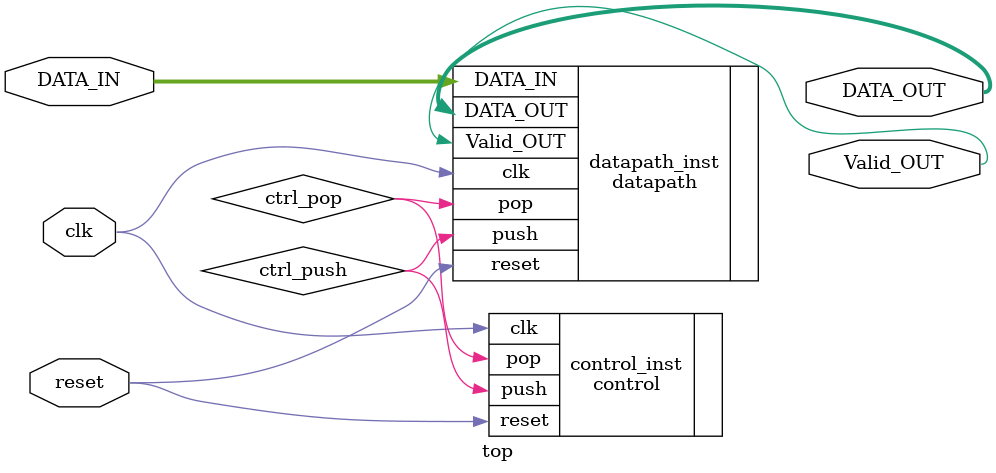
<source format=v>
module top
#(
parameter DATA_WIDTH = 8
)
(
input clk,
input reset,
input [DATA_WIDTH-1:0] DATA_IN,
output [DATA_WIDTH-1:0] DATA_OUT,
output Valid_OUT
);
wire ctrl_push, ctrl_pop;
datapath datapath_inst(
	.clk(clk),
	.reset(reset),
	.push(ctrl_push), .pop(ctrl_pop),
	.DATA_IN(DATA_IN),
	.DATA_OUT(DATA_OUT),
	.Valid_OUT(Valid_OUT)
	);

control control_inst
(
	.clk(clk), .reset(reset),
	.push(ctrl_push), .pop(ctrl_pop)
);

endmodule

</source>
